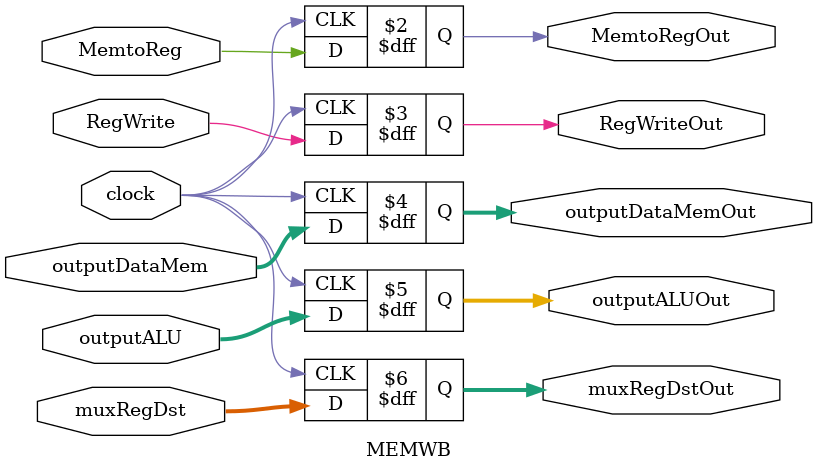
<source format=v>
module MEMWB(clock, MemtoReg, RegWrite, outputDataMem, outputALU, muxRegDst, MemtoRegOut, 
            RegWriteOut, outputDataMemOut, outputALUOut, muxRegDstOut);

    input clock;
    input MemtoReg;
    input RegWrite;
    input [15:0] outputDataMem;
    input [15:0] outputALU;
    input [2:0] muxRegDst;

    output reg MemtoRegOut;
    output reg RegWriteOut;
    output reg [15:0] outputDataMemOut;
    output reg [15:0] outputALUOut;
    output reg [2:0] muxRegDstOut;

    always @(negedge clock)begin
        outputDataMemOut = outputDataMem;
        outputALUOut = outputALU;
        muxRegDstOut = muxRegDst;
        MemtoRegOut = MemtoReg;
        RegWriteOut = RegWrite;
    end

endmodule
</source>
